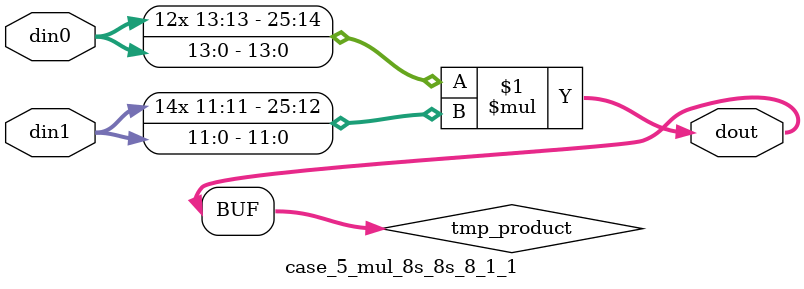
<source format=v>

`timescale 1 ns / 1 ps

 module case_5_mul_8s_8s_8_1_1(din0, din1, dout);
parameter ID = 1;
parameter NUM_STAGE = 0;
parameter din0_WIDTH = 14;
parameter din1_WIDTH = 12;
parameter dout_WIDTH = 26;

input [din0_WIDTH - 1 : 0] din0; 
input [din1_WIDTH - 1 : 0] din1; 
output [dout_WIDTH - 1 : 0] dout;

wire signed [dout_WIDTH - 1 : 0] tmp_product;



























assign tmp_product = $signed(din0) * $signed(din1);








assign dout = tmp_product;





















endmodule

</source>
